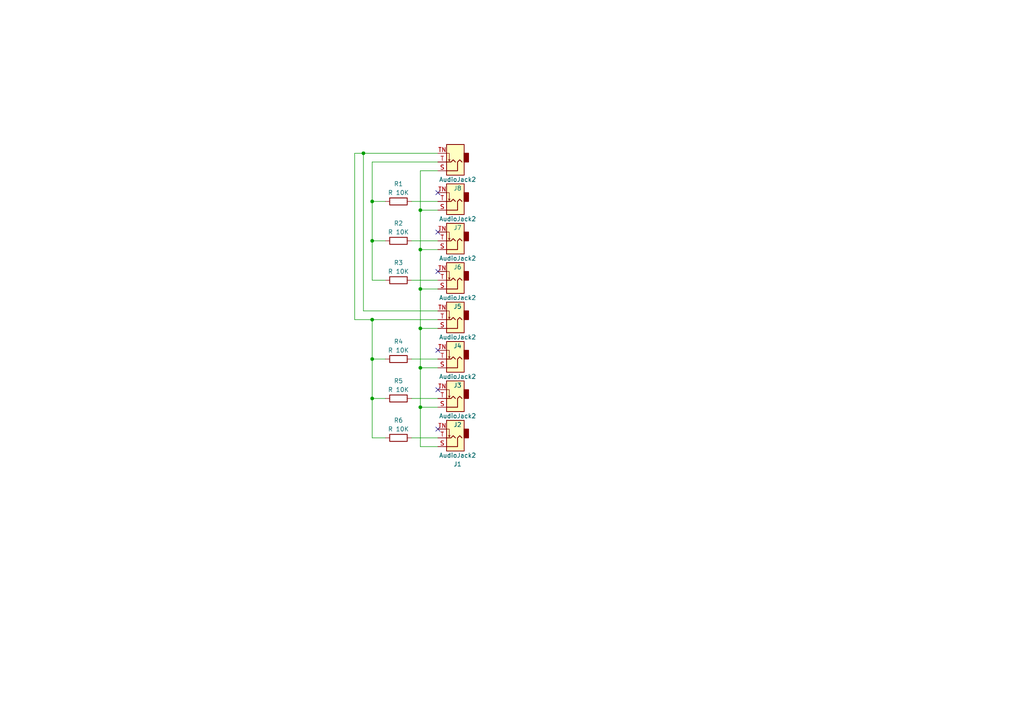
<source format=kicad_sch>
(kicad_sch (version 20230121) (generator eeschema)
  (paper "A4")
  (lib_symbols
    (symbol "Connector_Audio:AudioJack2_SwitchT"
      (property "Reference" "J" (at 0 8.89 0))
      (property "Value" "AudioJack2_SwitchT" (at 0 6.35 0))
      (symbol "AudioJack2_SwitchT_0_1"
        (rectangle (start -2.54 0) (end -3.81 -2.54) (stroke (width 0.254)) (fill (type outline)))
        (polyline (pts (xy 1.778 -0.254) (xy 2.032 -0.762)))
        (polyline (pts (xy 0 0) (xy 0.635 -0.635) (xy 1.27 0) (xy 2.54 0)) (stroke (width 0.254)))
        (polyline (pts (xy 2.54 -2.54) (xy 1.778 -2.54) (xy 1.778 -0.254) (xy 1.524 -0.762)))
        (polyline (pts (xy 2.54 2.54) (xy -0.635 2.54) (xy -0.635 0) (xy -1.27 -0.635) (xy -1.905 0)) (stroke (width 0.254)))
        (rectangle (start 2.54 3.81) (end -2.54 -5.08) (stroke (width 0.254)) (fill (type background)))
      )
      (symbol "AudioJack2_SwitchT_1_1"
        (pin passive line (at 5.08 2.54 180) (length 2.54) (name "~") (number "S"))
        (pin passive line (at 5.08 0 180) (length 2.54) (name "~") (number "T"))
        (pin passive line (at 5.08 -2.54 180) (length 2.54) (name "~") (number "TN"))
      )
    )
    (symbol "Device:R" (pin_numbers hide) (pin_names (offset 0))
      (property "Reference" "R" (at 2.032 0 90))
      (property "Value" "R" (at 0 0 90))
      (symbol "R_0_1"
        (rectangle (start -1.016 -2.54) (end 1.016 2.54) (stroke (width 0.254)))
      )
      (symbol "R_1_1"
        (pin passive line (at 0 3.81 270) (length 1.27) (name "~") (number "1"))
        (pin passive line (at 0 -3.81 90) (length 1.27) (name "~") (number "2"))
      )
    )
  )
  (junction (at 105.41 44.45))
  (junction (at 107.95 69.85))
  (junction (at 121.92 72.39))
  (junction (at 121.92 118.11))
  (junction (at 107.95 58.42))
  (junction (at 121.92 83.82))
  (junction (at 121.92 106.68))
  (junction (at 121.92 60.96))
  (junction (at 107.95 115.57))
  (junction (at 121.92 95.25))
  (junction (at 107.95 92.71))
  (junction (at 107.95 104.14))
  (no_connect (at 127 78.74))
  (no_connect (at 127 124.46))
  (no_connect (at 127 67.31))
  (no_connect (at 127 101.6))
  (no_connect (at 127 113.03))
  (no_connect (at 127 55.88))
  (wire (pts (xy 107.95 58.42) (xy 111.76 58.42)))
  (wire (pts (xy 107.95 92.71) (xy 127 92.71)))
  (wire (pts (xy 119.38 81.28) (xy 127 81.28)))
  (wire (pts (xy 102.87 44.45) (xy 102.87 92.71)))
  (wire (pts (xy 121.92 106.68) (xy 121.92 95.25)))
  (wire (pts (xy 107.95 69.85) (xy 107.95 58.42)))
  (wire (pts (xy 121.92 118.11) (xy 121.92 106.68)))
  (wire (pts (xy 121.92 95.25) (xy 127 95.25)))
  (wire (pts (xy 121.92 72.39) (xy 121.92 60.96)))
  (wire (pts (xy 107.95 81.28) (xy 111.76 81.28)))
  (wire (pts (xy 119.38 104.14) (xy 127 104.14)))
  (wire (pts (xy 127 90.17) (xy 105.41 90.17)))
  (wire (pts (xy 105.41 44.45) (xy 102.87 44.45)))
  (wire (pts (xy 107.95 69.85) (xy 107.95 81.28)))
  (wire (pts (xy 121.92 72.39) (xy 127 72.39)))
  (wire (pts (xy 121.92 83.82) (xy 121.92 72.39)))
  (wire (pts (xy 107.95 46.99) (xy 107.95 58.42)))
  (wire (pts (xy 107.95 127) (xy 111.76 127)))
  (wire (pts (xy 121.92 106.68) (xy 127 106.68)))
  (wire (pts (xy 127 44.45) (xy 105.41 44.45)))
  (wire (pts (xy 121.92 95.25) (xy 121.92 83.82)))
  (wire (pts (xy 121.92 83.82) (xy 127 83.82)))
  (wire (pts (xy 121.92 129.54) (xy 121.92 118.11)))
  (wire (pts (xy 107.95 104.14) (xy 111.76 104.14)))
  (wire (pts (xy 121.92 49.53) (xy 127 49.53)))
  (wire (pts (xy 121.92 60.96) (xy 127 60.96)))
  (wire (pts (xy 111.76 115.57) (xy 107.95 115.57)))
  (wire (pts (xy 127 69.85) (xy 119.38 69.85)))
  (wire (pts (xy 107.95 92.71) (xy 107.95 104.14)))
  (wire (pts (xy 119.38 127) (xy 127 127)))
  (wire (pts (xy 127 129.54) (xy 121.92 129.54)))
  (wire (pts (xy 105.41 90.17) (xy 105.41 44.45)))
  (wire (pts (xy 121.92 118.11) (xy 127 118.11)))
  (wire (pts (xy 111.76 69.85) (xy 107.95 69.85)))
  (wire (pts (xy 107.95 46.99) (xy 127 46.99)))
  (wire (pts (xy 107.95 115.57) (xy 107.95 127)))
  (wire (pts (xy 121.92 60.96) (xy 121.92 49.53)))
  (wire (pts (xy 107.95 115.57) (xy 107.95 104.14)))
  (wire (pts (xy 119.38 115.57) (xy 127 115.57)))
  (wire (pts (xy 119.38 58.42) (xy 127 58.42)))
  (wire (pts (xy 102.87 92.71) (xy 107.95 92.71)))
  (symbol (lib_id "Connector_Audio:AudioJack2_SwitchT") (at 132.08 69.85 180) (unit 1)
    (property "Reference" "J6" (at 132.715 77.47 0))
    (property "Value" "AudioJack2" (at 132.715 74.93 0))
    (property "Footprint" "Connector_Audio:Jack_3.5mm_QingPu_WQP-PJ398SM_Vertical_CircularHoles" (effects hide))
  )
  (symbol (lib_id "Device:R") (at 115.57 81.28 90) (unit 1)
    (property "Reference" "R3" (at 115.57 76.2 90))
    (property "Value" "R 10K" (at 115.57 78.74 90))
    (property "Footprint" "Resistor_THT:R_Axial_DIN0204_L3.6mm_D1.6mm_P1.90mm_Vertical" (effects hide))
  )
  (symbol (lib_id "Connector_Audio:AudioJack2_SwitchT") (at 132.08 58.42 180) (unit 1)
    (property "Reference" "J7" (at 132.715 66.04 0))
    (property "Value" "AudioJack2" (at 132.715 63.5 0))
    (property "Footprint" "Connector_Audio:Jack_3.5mm_QingPu_WQP-PJ398SM_Vertical_CircularHoles" (effects hide))
  )
  (symbol (lib_id "Device:R") (at 115.57 104.14 90) (unit 1)
    (property "Reference" "R4" (at 115.57 99.06 90))
    (property "Value" "R 10K" (at 115.57 101.6 90))
    (property "Footprint" "Resistor_THT:R_Axial_DIN0204_L3.6mm_D1.6mm_P1.90mm_Vertical" (effects hide))
  )
  (symbol (lib_id "Connector_Audio:AudioJack2_SwitchT") (at 132.08 92.71 180) (unit 1)
    (property "Reference" "J4" (at 132.715 100.33 0))
    (property "Value" "AudioJack2" (at 132.715 97.79 0))
    (property "Footprint" "Connector_Audio:Jack_3.5mm_QingPu_WQP-PJ398SM_Vertical_CircularHoles" (effects hide))
  )
  (symbol (lib_id "Device:R") (at 115.57 58.42 90) (unit 1)
    (property "Reference" "R1" (at 115.57 53.34 90))
    (property "Value" "R 10K" (at 115.57 55.88 90))
    (property "Footprint" "Resistor_THT:R_Axial_DIN0204_L3.6mm_D1.6mm_P1.90mm_Vertical" (effects hide))
  )
  (symbol (lib_id "Device:R") (at 115.57 127 90) (unit 1)
    (property "Reference" "R6" (at 115.57 121.92 90))
    (property "Value" "R 10K" (at 115.57 124.46 90))
    (property "Footprint" "Resistor_THT:R_Axial_DIN0204_L3.6mm_D1.6mm_P1.90mm_Vertical" (effects hide))
  )
  (symbol (lib_id "Connector_Audio:AudioJack2_SwitchT") (at 132.08 115.57 180) (unit 1)
    (property "Reference" "J2" (at 132.715 123.19 0))
    (property "Value" "AudioJack2" (at 132.715 120.65 0))
    (property "Footprint" "Connector_Audio:Jack_3.5mm_QingPu_WQP-PJ398SM_Vertical_CircularHoles" (effects hide))
  )
  (symbol (lib_id "Connector_Audio:AudioJack2_SwitchT") (at 132.08 127 180) (unit 1)
    (property "Reference" "J1" (at 132.715 134.62 0))
    (property "Value" "AudioJack2" (at 132.715 132.08 0))
    (property "Footprint" "Connector_Audio:Jack_3.5mm_QingPu_WQP-PJ398SM_Vertical_CircularHoles" (effects hide))
  )
  (symbol (lib_id "Connector_Audio:AudioJack2_SwitchT") (at 132.08 81.28 180) (unit 1)
    (property "Reference" "J5" (at 132.715 88.9 0))
    (property "Value" "AudioJack2" (at 132.715 86.36 0))
    (property "Footprint" "Connector_Audio:Jack_3.5mm_QingPu_WQP-PJ398SM_Vertical_CircularHoles" (effects hide))
  )
  (symbol (lib_id "Connector_Audio:AudioJack2_SwitchT") (at 132.08 46.99 180) (unit 1)
    (property "Reference" "J8" (at 132.715 54.61 0))
    (property "Value" "AudioJack2" (at 132.715 52.07 0))
    (property "Footprint" "Connector_Audio:Jack_3.5mm_QingPu_WQP-PJ398SM_Vertical_CircularHoles" (effects hide))
  )
  (symbol (lib_id "Device:R") (at 115.57 115.57 90) (unit 1)
    (property "Reference" "R5" (at 115.57 110.49 90))
    (property "Value" "R 10K" (at 115.57 113.03 90))
    (property "Footprint" "Resistor_THT:R_Axial_DIN0204_L3.6mm_D1.6mm_P1.90mm_Vertical" (effects hide))
  )
  (symbol (lib_id "Device:R") (at 115.57 69.85 90) (unit 1)
    (property "Reference" "R2" (at 115.57 64.77 90))
    (property "Value" "R 10K" (at 115.57 67.31 90))
    (property "Footprint" "Resistor_THT:R_Axial_DIN0204_L3.6mm_D1.6mm_P1.90mm_Vertical" (effects hide))
  )
  (symbol (lib_id "Connector_Audio:AudioJack2_SwitchT") (at 132.08 104.14 180) (unit 1)
    (property "Reference" "J3" (at 132.715 111.76 0))
    (property "Value" "AudioJack2" (at 132.715 109.22 0))
    (property "Footprint" "Connector_Audio:Jack_3.5mm_QingPu_WQP-PJ398SM_Vertical_CircularHoles" (effects hide))
  )
)
</source>
